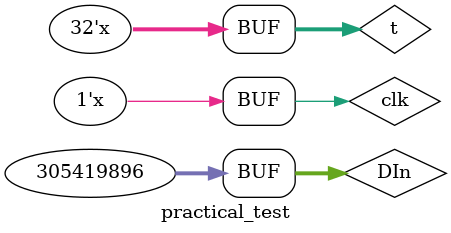
<source format=v>
module practical(clk, nReset, switches, digital_tubes, digital_tubes2, digital_sel, led);
	input clk, nReset;
	input [31:0] switches;
	output [6:0] digital_tubes, digital_tubes2;
	output [7:0] digital_sel;
	output [15:0] led;
	
	wire sysClk, TCClk, DSClk;
	wire [2:0] sel;
	wire reset;
	wire [3:0] nums;
	wire [31:0] DOut, revSwitches, revDOut;
	assign reset = ~nReset;
	assign digital_tubes2 = digital_tubes;
	
	assign led[0] = clk;
	assign led[1] = nReset;
	assign led[2] = reset;
	assign led[3] = DSClk;
	assign led[10:4] = digital_tubes;
	assign led[11] = 1'b1;
	assign led[12] = 1'b0;
	assign led[15:13] = ~sel;
	
	revert32 rIn(
		.in(switches),
		.out(revSwitches)
	);
	
	revert32 rOut(
		.in(DOut),
		.out(revDOut)
	);
	
	// Divider-Sys
	divider #(.RATIO(50)) div_sys( // 100000
		.clk_in(clk),
		.clk_out(sysClk),
		.reset(reset)
	);
	
	main sys(
		.clk(sysClk),
		.reset(reset),
		.DIn(switches),
		.DOut(DOut)
	);
	
	
	// Divider-DigitalTube
	divider #(.RATIO(100000)) div_dt( // 100000
		.clk_in(clk),
		.clk_out(DSClk),
		.reset(reset)
	);
	
	dt_encoder dte(
		.num(nums),
		.dt(digital_tubes)
	);
	/*
	dynamic_scanner ds(
		.clk(DSClk),
		.ds(digital_sel),
		.sel(sel),
		.reset(reset)
	);
	
	dt_mux dtmux(
		.num_in(DOut),
		.num_out(nums),
		.sel(sel)
	);
	*/
	
	multi_dt mdt(
		.clk(DSClk),
		.reset(reset),
		.num_in(revDOut),
		.ds(digital_sel),
		.sel(sel),
		.num(nums)
	);
	
	/*
	reg [3:0] last_num[1023:0];
	
	always @(digital_sel) begin
		$display("ds=%b, nums=%h, dt=%b", digital_sel, nums, digital_tubes);
		if(last_num[digital_sel] !== nums) begin
			$display("different! num[%b]: %h->%h", digital_sel, last_num[digital_sel], nums);
			last_num[digital_sel] = nums;
			$display("New value: %h", last_num[digital_sel]);
		end
	end
	*/
endmodule

module practical_test();
	
	integer t;
	reg clk, nReset;
	reg [31:0] DIn;
	wire [6:0] dt;
	wire [7:0]ds;
	
	practical p(
		.clk(clk),
		.nReset(nReset),
		.switches(DIn),
		.digital_tubes(dt),
		.digital_sel(ds)
	);
	
	initial begin
		t = 0;
		clk = 0;
		nReset = 0;
		DIn = 32'h12345678;
	end

	always begin
		if(t === 10) nReset = 1;
		// if(t%1000 === 0) DIn = DIn - 32'h10000;
		t = t+1;
		clk = ~clk;
		#10;
	end
	
	/*
	always @(posedge clk) begin
		$display("tubes[%b]=%b", ds, dt);
	end
	*/
	
endmodule

</source>
